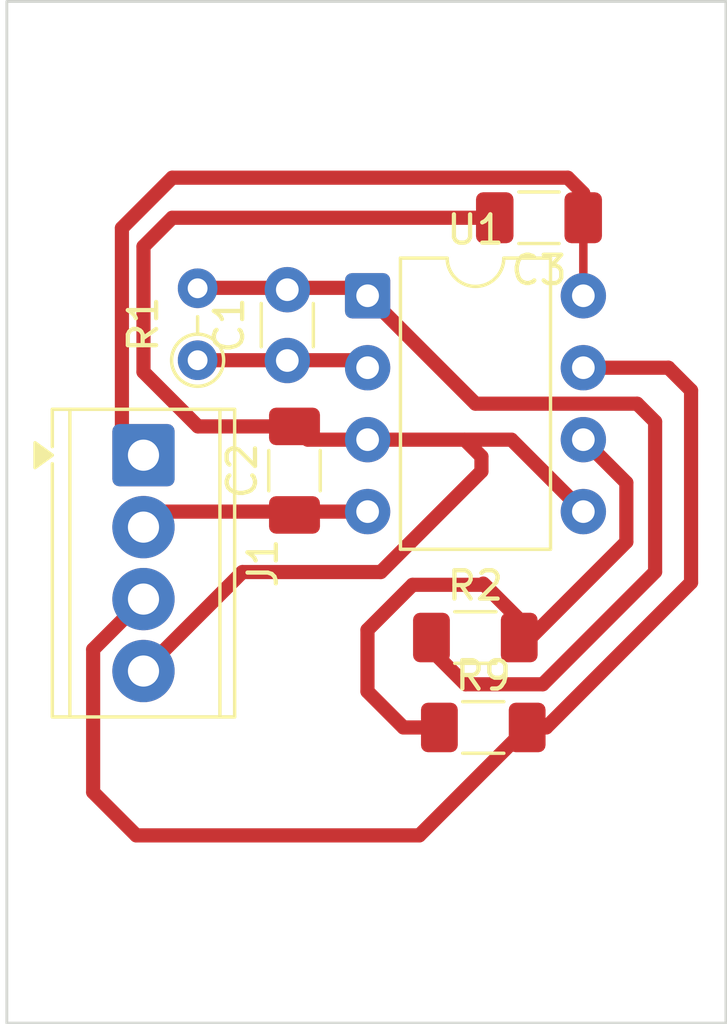
<source format=kicad_pcb>
(kicad_pcb (version 20241229) (generator "pcbnew") (generator_version "9.0")
  (layers (0 "F.Cu" signal) (2 "B.Cu" signal) (13 "F.Paste" user) (15 "B.Paste" user) (5 "F.SilkS" user "F.Silkscreen") (7 "B.SilkS" user "B.Silkscreen") (1 "F.Mask" user) (3 "B.Mask" user) (25 "Edge.Cuts" user))
  (net 0 "")
  (net 1 "Net-(U1A--)")
  (net 2 "Net-(C1-Pad2)")
  (net 3 "-9V")
  (net 4 "GND")
  (net 5 "+9V")
  (net 6 "Net-(J1-Pin_3)")
  (net 7 "Net-(U1B--)")
  (footprint "Package_DIP:DIP-8_W7.62mm" (layer "F.Cu") (at 95.801 107.673)
    (property "Reference" "U1" (at 3.81 -2.33 0) (layer "F.SilkS"))
    (property "Value" "LMC6082")
    (fp_line (start 1.16 -1.33) (end 1.16 8.95) (stroke (width 0.12)) (layer "F.SilkS"))
    (fp_line (start 1.16 8.95) (end 6.46 8.95) (stroke (width 0.12)) (layer "F.SilkS"))
    (fp_line (start 2.81 -1.33) (end 1.16 -1.33) (stroke (width 0.12)) (layer "F.SilkS"))
    (fp_line (start 6.46 -1.33) (end 4.81 -1.33) (stroke (width 0.12)) (layer "F.SilkS"))
    (fp_line (start 6.46 8.95) (end 6.46 -1.33) (stroke (width 0.12)) (layer "F.SilkS"))
    (fp_arc (start 4.81 -1.33) (mid 3.81 -0.33) (end 2.81 -1.33) (stroke (width 0.12)) (layer "F.SilkS"))
    (pad "1" thru_hole roundrect (at 0 0) (size 1.6 1.6) (drill 0.8) (layers "*.Cu" "*.Mask") (roundrect_rratio 0.15625) (net 2 "Net-(C1-Pad2)"))
    (pad "2" thru_hole circle (at 0 2.54) (size 1.6 1.6) (drill 0.8) (layers "*.Cu" "*.Mask") (net 1 "Net-(U1A--)"))
    (pad "3" thru_hole circle (at 0 5.08) (size 1.6 1.6) (drill 0.8) (layers "*.Cu" "*.Mask") (net 4 "GND"))
    (pad "4" thru_hole circle (at 0 7.62) (size 1.6 1.6) (drill 0.8) (layers "*.Cu" "*.Mask"))
    (pad "5" thru_hole circle (at 7.62 7.62) (size 1.6 1.6) (drill 0.8) (layers "*.Cu" "*.Mask") (net 4 "GND"))
    (pad "6" thru_hole circle (at 7.62 5.08) (size 1.6 1.6) (drill 0.8) (layers "*.Cu" "*.Mask") (net 7 "Net-(U1B--)"))
    (pad "7" thru_hole circle (at 7.62 2.54) (size 1.6 1.6) (drill 0.8) (layers "*.Cu" "*.Mask") (net 6 "Net-(J1-Pin_3)"))
    (pad "8" thru_hole circle (at 7.62 0) (size 1.6 1.6) (drill 0.8) (layers "*.Cu" "*.Mask"))
  )
  (footprint "Resistor_THT:R_Axial_DIN0204_L3.6mm_D1.6mm_P2.54mm_Vertical" (layer "F.Cu") (at 89.796 109.949 90)
    (property "Reference" "R1" (at 1.27 -1.92 90) (layer "F.SilkS"))
    (property "Value" "5M")
    (fp_line (start 0.92 0) (end 1.54 0) (stroke (width 0.12)) (layer "F.SilkS"))
    (fp_circle (center 0 0) (end 0.92 0) (stroke (width 0.12)) (fill no) (layer "F.SilkS"))
    (pad "1" thru_hole circle (at 0 0 90) (size 1.4 1.4) (drill 0.7) (layers "*.Cu" "*.Mask") (net 1 "Net-(U1A--)"))
    (pad "2" thru_hole circle (at 2.54 0 90) (size 1.4 1.4) (drill 0.7) (layers "*.Cu" "*.Mask") (net 2 "Net-(C1-Pad2)"))
  )
  (footprint "Capacitor_SMD:C_1206_3216Metric_Pad1.33x1.80mm_HandSolder" (layer "F.Cu") (at 93.218 113.8475 90)
    (property "Reference" "C2" (at 0 -1.85 90) (layer "F.SilkS"))
    (property "Value" "100n")
    (fp_line (start -0.711252 -0.91) (end 0.711252 -0.91) (stroke (width 0.12)) (layer "F.SilkS"))
    (fp_line (start -0.711252 0.91) (end 0.711252 0.91) (stroke (width 0.12)) (layer "F.SilkS"))
    (pad "1" smd roundrect (at -1.5625 0 90) (size 1.325 1.8) (layers "F.Cu" "F.Mask" "F.Paste") (roundrect_rratio 0.188679) (net 3 "-9V"))
    (pad "2" smd roundrect (at 1.5625 0 90) (size 1.325 1.8) (layers "F.Cu" "F.Mask" "F.Paste") (roundrect_rratio 0.188679) (net 4 "GND"))
  )
  (footprint "MountingHole:MountingHole_2.7mm" (layer "F.Cu") (at 95.631 130.175)
    (property "Reference" "REF**" (hide yes))
    (property "Value" "MountingHole_2.7mm" (hide yes))
    (pad "" np_thru_hole circle (at 0 0) (size 2.7 2.7) (drill 2.7) (layers "*.Cu" "*.Mask"))
  )
  (footprint "Resistor_SMD:R_1206_3216Metric_Pad1.30x1.75mm_HandSolder" (layer "F.Cu") (at 99.606 119.738)
    (property "Reference" "R2" (at 0 -1.83 0) (layer "F.SilkS"))
    (property "Value" "1k")
    (fp_line (start -0.727064 -0.91) (end 0.727064 -0.91) (stroke (width 0.12)) (layer "F.SilkS"))
    (fp_line (start -0.727064 0.91) (end 0.727064 0.91) (stroke (width 0.12)) (layer "F.SilkS"))
    (pad "1" smd roundrect (at -1.55 0) (size 1.3 1.75) (layers "F.Cu" "F.Mask" "F.Paste") (roundrect_rratio 0.192308) (net 2 "Net-(C1-Pad2)"))
    (pad "2" smd roundrect (at 1.55 0) (size 1.3 1.75) (layers "F.Cu" "F.Mask" "F.Paste") (roundrect_rratio 0.192308) (net 7 "Net-(U1B--)"))
  )
  (footprint "Resistor_SMD:R_1206_3216Metric_Pad1.30x1.75mm_HandSolder" (layer "F.Cu") (at 99.886 122.913)
    (property "Reference" "R9" (at 0 -1.83 0) (layer "F.SilkS"))
    (property "Value" "1k")
    (fp_line (start -0.727064 -0.91) (end 0.727064 -0.91) (stroke (width 0.12)) (layer "F.SilkS"))
    (fp_line (start -0.727064 0.91) (end 0.727064 0.91) (stroke (width 0.12)) (layer "F.SilkS"))
    (pad "1" smd roundrect (at -1.55 0) (size 1.3 1.75) (layers "F.Cu" "F.Mask" "F.Paste") (roundrect_rratio 0.192308) (net 7 "Net-(U1B--)"))
    (pad "2" smd roundrect (at 1.55 0) (size 1.3 1.75) (layers "F.Cu" "F.Mask" "F.Paste") (roundrect_rratio 0.192308) (net 6 "Net-(J1-Pin_3)"))
  )
  (footprint "TerminalBlock_Phoenix:TerminalBlock_Phoenix_MPT-0,5-4-2.54_1x04_P2.54mm_Horizontal" (layer "F.Cu") (at 87.884 113.301 -90)
    (property "Reference" "J1" (at 3.81 -4.22 90) (layer "F.SilkS"))
    (property "Value" "Screw_Terminal_01x04")
    (fp_line (start -1.62 3.22) (end -1.62 -3.22) (stroke (width 0.12)) (layer "F.SilkS"))
    (fp_line (start -0.3 3.22) (end -1.62 3.22) (stroke (width 0.12)) (layer "F.SilkS"))
    (fp_line (start 9.24 3.22) (end 0.3 3.22) (stroke (width 0.12)) (layer "F.SilkS"))
    (fp_line (start -1.62 2.6) (end 9.24 2.6) (stroke (width 0.12)) (layer "F.SilkS"))
    (fp_line (start -1.62 -2.7) (end 9.24 -2.7) (stroke (width 0.12)) (layer "F.SilkS"))
    (fp_line (start -1.62 -3.22) (end 9.24 -3.22) (stroke (width 0.12)) (layer "F.SilkS"))
    (fp_line (start 9.24 -3.22) (end 9.24 3.22) (stroke (width 0.12)) (layer "F.SilkS"))
    (fp_poly (pts (xy 0 3.22) (xy 0.44 3.83) (xy -0.44 3.83)) (stroke (width 0.12)) (fill yes) (layer "F.SilkS"))
    (pad "1" thru_hole roundrect (at 0 0 270) (size 2.2 2.2) (drill 1.1) (layers "*.Cu" "*.Mask") (roundrect_rratio 0.113636) (net 5 "+9V"))
    (pad "2" thru_hole circle (at 2.54 0 270) (size 2.2 2.2) (drill 1.1) (layers "*.Cu" "*.Mask") (net 3 "-9V"))
    (pad "3" thru_hole circle (at 5.08 0 270) (size 2.2 2.2) (drill 1.1) (layers "*.Cu" "*.Mask") (net 6 "Net-(J1-Pin_3)"))
    (pad "4" thru_hole circle (at 7.62 0 270) (size 2.2 2.2) (drill 1.1) (layers "*.Cu" "*.Mask") (net 4 "GND"))
  )
  (footprint "MountingHole:MountingHole_2.7mm" (layer "F.Cu") (at 95.504 100.33)
    (property "Reference" "REF**" (hide yes))
    (property "Value" "MountingHole_2.7mm" (hide yes))
    (pad "" np_thru_hole circle (at 0 0) (size 2.7 2.7) (drill 2.7) (layers "*.Cu" "*.Mask"))
  )
  (footprint "Capacitor_SMD:C_1206_3216Metric_Pad1.33x1.80mm_HandSolder" (layer "F.Cu") (at 101.854 104.919 180)
    (property "Reference" "C3" (at 0 -1.85 0) (layer "F.SilkS"))
    (property "Value" "100n")
    (fp_line (start -0.711252 0.91) (end 0.711252 0.91) (stroke (width 0.12)) (layer "F.SilkS"))
    (fp_line (start -0.711252 -0.91) (end 0.711252 -0.91) (stroke (width 0.12)) (layer "F.SilkS"))
    (pad "1" smd roundrect (at -1.5625 0 180) (size 1.325 1.8) (layers "F.Cu" "F.Mask" "F.Paste") (roundrect_rratio 0.188679) (net 5 "+9V"))
    (pad "2" smd roundrect (at 1.5625 0 180) (size 1.325 1.8) (layers "F.Cu" "F.Mask" "F.Paste") (roundrect_rratio 0.188679) (net 4 "GND"))
  )
  (footprint "Capacitor_THT:C_Disc_D3.0mm_W1.6mm_P2.50mm" (layer "F.Cu") (at 92.964 109.959 90)
    (property "Reference" "C1" (at 1.25 -2.05 90) (layer "F.SilkS"))
    (property "Value" "1n")
    (fp_line (start 0.485 -0.92) (end 2.015 -0.92) (stroke (width 0.12)) (layer "F.SilkS"))
    (fp_line (start 2.015 0.92) (end 0.485 0.92) (stroke (width 0.12)) (layer "F.SilkS"))
    (pad "1" thru_hole circle (at 0 0 90) (size 1.6 1.6) (drill 0.8) (layers "*.Cu" "*.Mask") (net 1 "Net-(U1A--)"))
    (pad "2" thru_hole circle (at 2.5 0 90) (size 1.6 1.6) (drill 0.8) (layers "*.Cu" "*.Mask") (net 2 "Net-(C1-Pad2)"))
  )
  (gr_rect (start 83.058 97.282) (end 108.458 133.35) (stroke (width 0.1)) (fill no) (layer "Edge.Cuts"))
  (segment (start 89.796 109.949) (end 95.537 109.949) (width 0.5) (layer "F.Cu") (net 1))
  (segment (start 95.537 109.949) (end 95.801 110.213) (width 0.5) (layer "F.Cu") (net 1))
  (segment (start 95.521 110.493) (end 95.801 110.213) (width 0.5) (layer "F.Cu") (net 1))
  (segment (start 105.321 111.483) (end 99.611 111.483) (width 0.5) (layer "F.Cu") (net 2))
  (segment (start 99.611 111.483) (end 95.801 107.673) (width 0.5) (layer "F.Cu") (net 2))
  (segment (start 101.986514 121.389) (end 105.956 117.419514) (width 0.5) (layer "F.Cu") (net 2))
  (segment (start 89.446 107.393) (end 95.521 107.393) (width 0.5) (layer "F.Cu") (net 2))
  (segment (start 105.956 112.118) (end 105.321 111.483) (width 0.5) (layer "F.Cu") (net 2))
  (segment (start 98.056 119.738) (end 98.056 120.188) (width 0.5) (layer "F.Cu") (net 2))
  (segment (start 98.056 120.188) (end 99.257 121.389) (width 0.5) (layer "F.Cu") (net 2))
  (segment (start 99.257 121.389) (end 101.986514 121.389) (width 0.5) (layer "F.Cu") (net 2))
  (segment (start 105.956 117.419514) (end 105.956 112.118) (width 0.5) (layer "F.Cu") (net 2))
  (segment (start 95.521 107.393) (end 95.801 107.673) (width 0.5) (layer "F.Cu") (net 2))
  (segment (start 95.801 115.293) (end 88.432 115.293) (width 0.5) (layer "F.Cu") (net 3))
  (segment (start 88.432 115.293) (end 87.884 115.841) (width 0.3) (layer "F.Cu") (net 3))
  (segment (start 96.266 117.426) (end 99.822 113.87) (width 0.5) (layer "F.Cu") (net 4))
  (segment (start 95.801 112.753) (end 93.686 112.753) (width 0.5) (layer "F.Cu") (net 4))
  (segment (start 87.884 110.363) (end 87.884 105.935) (width 0.5) (layer "F.Cu") (net 4))
  (segment (start 89.806 112.285) (end 87.884 110.363) (width 0.5) (layer "F.Cu") (net 4))
  (segment (start 99.822 113.349) (end 99.226 112.753) (width 0.5) (layer "F.Cu") (net 4))
  (segment (start 87.884 120.921) (end 91.379 117.426) (width 0.5) (layer "F.Cu") (net 4))
  (segment (start 93.686 112.753) (end 93.218 112.285) (width 0.5) (layer "F.Cu") (net 4))
  (segment (start 93.218 112.285) (end 89.806 112.285) (width 0.5) (layer "F.Cu") (net 4))
  (segment (start 95.801 112.753) (end 99.226 112.753) (width 0.5) (layer "F.Cu") (net 4))
  (segment (start 91.379 117.426) (end 96.266 117.426) (width 0.5) (layer "F.Cu") (net 4))
  (segment (start 99.226 112.753) (end 100.881 112.753) (width 0.5) (layer "F.Cu") (net 4))
  (segment (start 100.881 112.753) (end 103.421 115.293) (width 0.5) (layer "F.Cu") (net 4))
  (segment (start 99.822 113.87) (end 99.822 113.349) (width 0.5) (layer "F.Cu") (net 4))
  (segment (start 88.9 104.919) (end 100.2915 104.919) (width 0.5) (layer "F.Cu") (net 4))
  (segment (start 87.884 105.935) (end 88.9 104.919) (width 0.5) (layer "F.Cu") (net 4))
  (segment (start 88.9 103.505) (end 102.87 103.505) (width 0.5) (layer "F.Cu") (net 5))
  (segment (start 102.87 103.505) (end 103.4165 104.0515) (width 0.5) (layer "F.Cu") (net 5))
  (segment (start 103.421 107.673) (end 103.421 105.0005) (width 0.3) (layer "F.Cu") (net 5))
  (segment (start 103.4165 104.0515) (end 103.4165 104.919) (width 0.5) (layer "F.Cu") (net 5))
  (segment (start 103.421 105.0005) (end 103.378 104.9575) (width 0.3) (layer "F.Cu") (net 5))
  (segment (start 87.884 113.301) (end 87.122 112.539) (width 0.5) (layer "F.Cu") (net 5))
  (segment (start 87.122 112.539) (end 87.122 105.283) (width 0.5) (layer "F.Cu") (net 5))
  (segment (start 87.122 105.283) (end 88.9 103.505) (width 0.5) (layer "F.Cu") (net 5))
  (segment (start 86.106 125.199) (end 87.63 126.723) (width 0.5) (layer "F.Cu") (net 6))
  (segment (start 103.421 110.213) (end 106.426 110.213) (width 0.5) (layer "F.Cu") (net 6))
  (segment (start 106.426 110.215) (end 107.226 111.015) (width 0.5) (layer "F.Cu") (net 6))
  (segment (start 102.1085 122.913) (end 101.436 122.913) (width 0.5) (layer "F.Cu") (net 6))
  (segment (start 107.226 117.7955) (end 102.1085 122.913) (width 0.5) (layer "F.Cu") (net 6))
  (segment (start 87.884 118.381) (end 86.106 120.159) (width 0.5) (layer "F.Cu") (net 6))
  (segment (start 87.63 126.723) (end 97.626 126.723) (width 0.5) (layer "F.Cu") (net 6))
  (segment (start 86.106 120.159) (end 86.106 125.199) (width 0.5) (layer "F.Cu") (net 6))
  (segment (start 107.226 111.015) (end 107.226 117.7955) (width 0.5) (layer "F.Cu") (net 6))
  (segment (start 97.626 126.723) (end 101.436 122.913) (width 0.5) (layer "F.Cu") (net 6))
  (segment (start 106.426 110.213) (end 106.426 110.215) (width 0.5) (layer "F.Cu") (net 6))
  (segment (start 101.156 119.738) (end 101.564 119.738) (width 0.5) (layer "F.Cu") (net 7))
  (segment (start 97.066 122.913) (end 98.336 122.913) (width 0.5) (layer "F.Cu") (net 7))
  (segment (start 104.94 114.272) (end 103.421 112.753) (width 0.5) (layer "F.Cu") (net 7))
  (segment (start 104.94 116.362) (end 104.94 114.272) (width 0.5) (layer "F.Cu") (net 7))
  (segment (start 101.564 119.738) (end 104.94 116.362) (width 0.5) (layer "F.Cu") (net 7))
  (segment (start 97.388 117.877) (end 95.796 119.469) (width 0.5) (layer "F.Cu") (net 7))
  (segment (start 99.93 117.877) (end 97.388 117.877) (width 0.5) (layer "F.Cu") (net 7))
  (segment (start 95.796 121.643) (end 97.066 122.913) (width 0.5) (layer "F.Cu") (net 7))
  (segment (start 99.886 117.833) (end 101.156 119.103) (width 0.5) (layer "F.Cu") (net 7))
  (segment (start 101.156 119.103) (end 99.93 117.877) (width 0.5) (layer "F.Cu") (net 7))
  (segment (start 95.796 119.469) (end 95.796 121.643) (width 0.5) (layer "F.Cu") (net 7))
)
</source>
